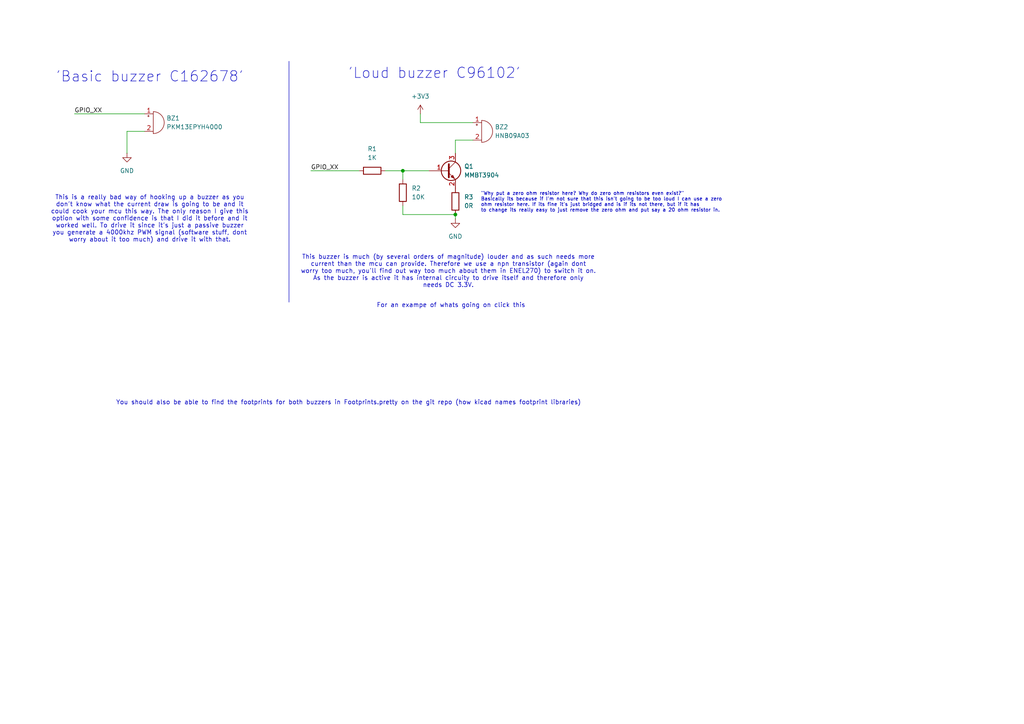
<source format=kicad_sch>
(kicad_sch (version 20231120) (generator "eeschema") (generator_version "8.0")
  (paper "A4")
  (title_block (title "After tutorial examples") (date "2024-05-11") (company "B. Redpath"))
  (lib_symbols
    (symbol "Buzzer_1" (pin_names (offset 0.0254) hide)
      (property "Reference" "BZ" (at 3.81 1.27 0))
      (property "Value" "Buzzer" (at 3.81 -1.27 0))
      (symbol "Buzzer_1_0_1"
        (arc (start 0 -3.175) (mid 3.1612 0) (end 0 3.175))
        (polyline (pts (xy -1.651 1.905) (xy -1.143 1.905)))
        (polyline (pts (xy -1.397 2.159) (xy -1.397 1.651)))
        (polyline (pts (xy 0 3.175) (xy 0 -3.175)))
      )
      (symbol "Buzzer_1_1_1"
        (pin passive line (at -2.54 2.54 0) (length 2.54) (name "+") (number "1"))
        (pin passive line (at -2.54 -2.54 0) (length 2.54) (name "-") (number "2"))
      )
    )
    (symbol "Device:Buzzer" (pin_names (offset 0.0254) hide)
      (property "Reference" "BZ" (at 3.81 1.27 0))
      (property "Value" "Buzzer" (at 3.81 -1.27 0))
      (symbol "Buzzer_0_1"
        (arc (start 0 -3.175) (mid 3.1612 0) (end 0 3.175))
        (polyline (pts (xy -1.651 1.905) (xy -1.143 1.905)))
        (polyline (pts (xy -1.397 2.159) (xy -1.397 1.651)))
        (polyline (pts (xy 0 3.175) (xy 0 -3.175)))
      )
      (symbol "Buzzer_1_1"
        (pin passive line (at -2.54 2.54 0) (length 2.54) (name "-") (number "1"))
        (pin passive line (at -2.54 -2.54 0) (length 2.54) (name "+") (number "2"))
      )
    )
    (symbol "Device:R" (pin_numbers hide) (pin_names (offset 0))
      (property "Reference" "R" (at 2.032 0 90))
      (property "Value" "R" (at 0 0 90))
      (symbol "R_0_1"
        (rectangle (start -1.016 -2.54) (end 1.016 2.54) (stroke (width 0.254)))
      )
      (symbol "R_1_1"
        (pin passive line (at 0 3.81 270) (length 1.27) (name "~") (number "1"))
        (pin passive line (at 0 -3.81 90) (length 1.27) (name "~") (number "2"))
      )
    )
    (symbol "Transistor_BJT:MMBT3904" (pin_names (offset 0) hide)
      (property "Reference" "Q" (at 5.08 1.905 0))
      (property "Value" "MMBT3904" (at 5.08 0 0))
      (symbol "MMBT3904_0_1"
        (polyline (pts (xy 0.635 0.635) (xy 2.54 2.54)))
        (polyline (pts (xy 0.635 -0.635) (xy 2.54 -2.54) (xy 2.54 -2.54)))
        (polyline (pts (xy 0.635 1.905) (xy 0.635 -1.905) (xy 0.635 -1.905)) (stroke (width 0.508)))
        (polyline (pts (xy 1.27 -1.778) (xy 1.778 -1.27) (xy 2.286 -2.286) (xy 1.27 -1.778) (xy 1.27 -1.778)) (fill (type outline)))
        (circle (center 1.27 0) (radius 2.8194) (stroke (width 0.254)))
      )
      (symbol "MMBT3904_1_1"
        (pin input line (at -5.08 0 0) (length 5.715) (name "B") (number "1"))
        (pin passive line (at 2.54 -5.08 90) (length 2.54) (name "E") (number "2"))
        (pin passive line (at 2.54 5.08 270) (length 2.54) (name "C") (number "3"))
      )
    )
    (symbol "power:+3V3" (power) (pin_numbers hide) (pin_names (offset 0) hide)
      (property "Value" "+3V3" (at 0 3.556 0))
      (symbol "+3V3_0_1"
        (polyline (pts (xy -0.762 1.27) (xy 0 2.54)))
        (polyline (pts (xy 0 0) (xy 0 2.54)))
        (polyline (pts (xy 0 2.54) (xy 0.762 1.27)))
      )
      (symbol "+3V3_1_1"
        (pin power_in line (at 0 0 90) (length 0) (name "~") (number "1"))
      )
    )
    (symbol "power:GND" (power) (pin_numbers hide) (pin_names (offset 0) hide)
      (property "Value" "GND" (at 0 -3.81 0))
      (symbol "GND_0_1"
        (polyline (pts (xy 0 0) (xy 0 -1.27) (xy 1.27 -1.27) (xy 0 -2.54) (xy -1.27 -1.27) (xy 0 -1.27)))
      )
      (symbol "GND_1_1"
        (pin power_in line (at 0 0 270) (length 0) (name "~") (number "1"))
      )
    )
  )
  (junction (at 132.08 62.23))
  (junction (at 116.84 49.53))
  (wire (pts (xy 132.08 62.23) (xy 132.08 63.5)))
  (wire (pts (xy 116.84 62.23) (xy 132.08 62.23)))
  (wire (pts (xy 116.84 62.23) (xy 116.84 59.69)))
  (wire (pts (xy 116.84 49.53) (xy 124.46 49.53)))
  (wire (pts (xy 90.17 49.53) (xy 104.14 49.53)))
  (wire (pts (xy 36.83 38.1) (xy 36.83 44.45)))
  (polyline (pts (xy 83.82 17.78) (xy 83.82 87.63)))
  (wire (pts (xy 41.91 38.1) (xy 36.83 38.1)))
  (wire (pts (xy 116.84 49.53) (xy 116.84 52.07)))
  (wire (pts (xy 132.08 40.64) (xy 132.08 44.45)))
  (wire (pts (xy 137.16 40.64) (xy 132.08 40.64)))
  (wire (pts (xy 21.59 33.02) (xy 41.91 33.02)))
  (wire (pts (xy 111.76 49.53) (xy 116.84 49.53)))
  (wire (pts (xy 121.92 35.56) (xy 137.16 35.56)))
  (wire (pts (xy 121.92 35.56) (xy 121.92 33.02)))
  (text "'Loud buzzer C96102'" (at 125.984 21.336 0) (effects (font (size 3 3))))
  (text "You should also be able to find the footprints for both buzzers in Footprints.pretty on the git repo (how kicad names footprint libraries)" (at 101.092 116.84 0) (effects (font (size 1.27 1.27))))
  (text "For an exampe of whats going on click this" (at 130.81 88.646 0) (effects (font (size 1.27 1.27))))
  (text "'Basic buzzer C162678'" (at 43.434 22.352 0) (effects (font (size 3 3))))
  (text "This buzzer is much (by several orders of magnitude) louder and as such needs more\ncurrent than the mcu can provide. Therefore we use a npn transistor (again dont\nworry too much, you'll find out way too much about them in ENEL270) to switch it on.\nAs the buzzer is active it has internal circuity to drive itself and therefore only\nneeds DC 3.3V." (at 130.048 78.74 0) (effects (font (size 1.27 1.27))))
  (text "\"Why put a zero ohm resistor here? Why do zero ohm resistors even exist?\"\nBasically its because if I'm not sure that this isn't going to be too loud I can use a zero\nohm resistor here. If its fine it's just bridged and is if its not there, but if it has\nto change its really easy to just remove the zero ohm and put say a 20 ohm resistor in." (at 139.446 58.674 0) (effects (font (size 1 1)) (justify left)))
  (text "This is a really bad way of hooking up a buzzer as you\ndon't know what the current draw is going to be and it\ncould cook your mcu this way. The only reason I give this\noption with some confidence is that I did it before and it\nworked well. To drive it since it's just a passive buzzer\nyou generate a 4000khz PWM signal (software stuff, dont\nworry about it too much) and drive it with that." (at 43.434 63.5 0) (effects (font (size 1.27 1.27))))
  (label "GPIO_XX" (at 90.17 49.53 0))
  (label "GPIO_XX" (at 21.59 33.02 0))
  (symbol (lib_id "Device:R") (at 116.84 55.88 0) (unit 1)
    (property "Reference" "R2" (at 119.38 54.6099 0) (effects (justify left)))
    (property "Value" "10K" (at 119.38 57.1499 0) (effects (justify left)))
    (property "Description" "Resistor" (effects (hide yes)))
  )
  (symbol (lib_name "Buzzer_1") (lib_id "Device:Buzzer") (at 139.7 38.1 0) (unit 1)
    (property "Reference" "BZ2" (at 143.51 36.8299 0) (effects (justify left)))
    (property "Value" "HNB09A03" (at 143.51 39.3699 0) (effects (justify left)))
    (property "Footprint" "Custom Footprints:HNB09A03" (effects (hide yes)))
    (property "Datasheet" "https://www.lcsc.com/datasheet/lcsc_datasheet_1811141116_Jiangsu-Huaneng-Elec-HNB09A03_C96102.pdf" (effects (hide yes)))
    (property "Description" "Buzzer, polarized" (effects (hide yes)))
  )
  (symbol (lib_id "power:+3V3") (at 121.92 33.02 0) (unit 1)
    (property "Reference" "#PWR03" (effects (hide yes)))
    (property "Value" "+3V3" (at 121.92 27.94 0))
    (property "Description" "Power symbol creates a global label with name \"+3V3\"" (effects (hide yes)))
  )
  (symbol (lib_id "Transistor_BJT:MMBT3904") (at 129.54 49.53 0) (unit 1)
    (property "Reference" "Q1" (at 134.62 48.2599 0) (effects (justify left)))
    (property "Value" "MMBT3904" (at 134.62 50.7999 0) (effects (justify left)))
    (property "Footprint" "Package_TO_SOT_SMD:SOT-23" (effects (hide yes)))
    (property "Datasheet" "https://www.lcsc.com/datasheet/lcsc_datasheet_2207041900_Jiangsu-Changjing-Electronics-Technology-Co---Ltd--MMBT3904-RANGE-100-300_C20526.pdf" (effects (hide yes)))
    (property "Description" "0.2A Ic, 40V Vce, Small Signal NPN Transistor, SOT-23" (effects (hide yes)))
  )
  (symbol (lib_id "power:GND") (at 36.83 44.45 0) (unit 1)
    (property "Reference" "#PWR01" (effects (hide yes)))
    (property "Value" "GND" (at 36.83 49.53 0))
    (property "Description" "Power symbol creates a global label with name \"GND\" , ground" (effects (hide yes)))
  )
  (symbol (lib_id "Device:R") (at 132.08 58.42 0) (unit 1)
    (property "Reference" "R3" (at 134.62 57.1499 0) (effects (justify left)))
    (property "Value" "0R" (at 134.62 59.6899 0) (effects (justify left)))
    (property "Description" "Resistor" (effects (hide yes)))
  )
  (symbol (lib_id "power:GND") (at 132.08 63.5 0) (unit 1)
    (property "Reference" "#PWR02" (effects (hide yes)))
    (property "Value" "GND" (at 132.08 68.58 0))
    (property "Description" "Power symbol creates a global label with name \"GND\" , ground" (effects (hide yes)))
  )
  (symbol (lib_id "Device:R") (at 107.95 49.53 90) (unit 1)
    (property "Reference" "R1" (at 107.95 43.18 90))
    (property "Value" "1K" (at 107.95 45.72 90))
    (property "Description" "Resistor" (effects (hide yes)))
  )
  (symbol (lib_id "Device:Buzzer") (at 44.45 35.56 0) (unit 1)
    (property "Reference" "BZ1" (at 48.26 34.2899 0) (effects (justify left)))
    (property "Value" "PKM13EPYH4000" (at 48.26 36.8299 0) (effects (justify left)))
    (property "Footprint" "Buzzer_Beeper:PKM13EPYH4000" (effects (hide yes)))
    (property "Datasheet" "https://www.murata.com/en-us/api/pdfdownloadapi?cate=cgsubSounders&partno=PKM13EPYH4000-A0" (effects (hide yes)))
  )
)
</source>
